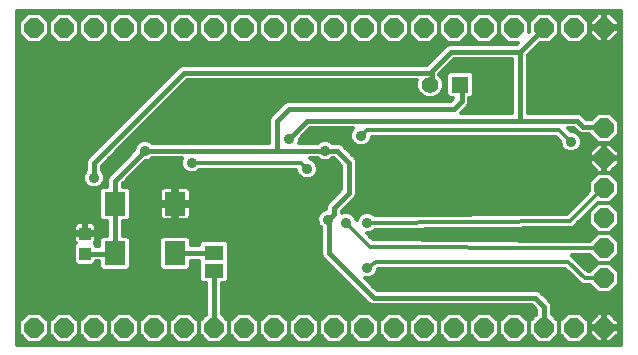
<source format=gbl>
G75*
G70*
%OFA0B0*%
%FSLAX24Y24*%
%IPPOS*%
%LPD*%
%AMOC8*
5,1,8,0,0,1.08239X$1,22.5*
%
%ADD10OC8,0.0640*%
%ADD11R,0.0709X0.0787*%
%ADD12R,0.0630X0.0460*%
%ADD13R,0.0394X0.0433*%
%ADD14R,0.0555X0.0555*%
%ADD15C,0.0555*%
%ADD16C,0.0120*%
%ADD17C,0.0350*%
%ADD18C,0.0160*%
D10*
X001161Y001161D03*
X002161Y001161D03*
X003161Y001161D03*
X004161Y001161D03*
X005161Y001161D03*
X006161Y001161D03*
X007161Y001161D03*
X008161Y001161D03*
X009161Y001161D03*
X010161Y001161D03*
X011161Y001161D03*
X012161Y001161D03*
X013161Y001161D03*
X014161Y001161D03*
X015161Y001161D03*
X016161Y001161D03*
X017161Y001161D03*
X018161Y001161D03*
X019161Y001161D03*
X020161Y001161D03*
X020161Y002811D03*
X020161Y003811D03*
X020161Y004811D03*
X020161Y005811D03*
X020161Y006811D03*
X020161Y007811D03*
X020161Y011161D03*
X019161Y011161D03*
X018161Y011161D03*
X017161Y011161D03*
X016161Y011161D03*
X015161Y011161D03*
X014161Y011161D03*
X013161Y011161D03*
X012161Y011161D03*
X011161Y011161D03*
X010161Y011161D03*
X009161Y011161D03*
X008161Y011161D03*
X007161Y011161D03*
X006161Y011161D03*
X005161Y011161D03*
X004161Y011161D03*
X003161Y011161D03*
X002161Y011161D03*
X001161Y011161D03*
D11*
X003861Y005288D03*
X005861Y005288D03*
X005861Y003634D03*
X003861Y003634D03*
D12*
X007161Y003661D03*
X007161Y003061D03*
D13*
X002861Y003627D03*
X002861Y004296D03*
D14*
X015361Y009261D03*
D15*
X014361Y009261D03*
D16*
X000591Y011731D02*
X000591Y000591D01*
X020731Y000591D01*
X020731Y011731D01*
X000591Y011731D01*
X000591Y011660D02*
X000953Y011660D01*
X000954Y011661D02*
X000661Y011368D01*
X000661Y010954D01*
X000954Y010661D01*
X001368Y010661D01*
X001661Y010954D01*
X001661Y011368D01*
X001368Y011661D01*
X000954Y011661D01*
X000834Y011541D02*
X000591Y011541D01*
X000591Y011423D02*
X000716Y011423D01*
X000661Y011304D02*
X000591Y011304D01*
X000591Y011186D02*
X000661Y011186D01*
X000661Y011067D02*
X000591Y011067D01*
X000591Y010949D02*
X000667Y010949D01*
X000591Y010830D02*
X000785Y010830D01*
X000904Y010712D02*
X000591Y010712D01*
X000591Y010593D02*
X014942Y010593D01*
X014914Y010582D02*
X015010Y010621D01*
X017254Y010621D01*
X017294Y010661D01*
X016954Y010661D01*
X016661Y010954D01*
X016368Y010661D01*
X015954Y010661D01*
X015661Y010954D01*
X015368Y010661D01*
X014954Y010661D01*
X014661Y010954D01*
X014368Y010661D01*
X013954Y010661D01*
X013661Y010954D01*
X013368Y010661D01*
X012954Y010661D01*
X012661Y010954D01*
X012368Y010661D01*
X011954Y010661D01*
X011661Y010954D01*
X011368Y010661D01*
X010954Y010661D01*
X010661Y010954D01*
X010368Y010661D01*
X009954Y010661D01*
X009661Y010954D01*
X009368Y010661D01*
X008954Y010661D01*
X008661Y010954D01*
X008368Y010661D01*
X007954Y010661D01*
X007661Y010954D01*
X007368Y010661D01*
X006954Y010661D01*
X006661Y010954D01*
X006368Y010661D01*
X005954Y010661D01*
X005661Y010954D01*
X005368Y010661D01*
X004954Y010661D01*
X004661Y010954D01*
X004368Y010661D01*
X003954Y010661D01*
X003661Y010954D01*
X003368Y010661D01*
X002954Y010661D01*
X002661Y010954D01*
X002368Y010661D01*
X001954Y010661D01*
X001661Y010954D01*
X001661Y011368D01*
X001954Y011661D01*
X002368Y011661D01*
X002661Y011368D01*
X002661Y010954D01*
X002661Y011368D01*
X002954Y011661D01*
X003368Y011661D01*
X003661Y011368D01*
X003661Y010954D01*
X003661Y011368D01*
X003954Y011661D01*
X004368Y011661D01*
X004661Y011368D01*
X004661Y010954D01*
X004661Y011368D01*
X004954Y011661D01*
X005368Y011661D01*
X005661Y011368D01*
X005661Y010954D01*
X005661Y011368D01*
X005954Y011661D01*
X006368Y011661D01*
X006661Y011368D01*
X006661Y010954D01*
X006661Y011368D01*
X006954Y011661D01*
X007368Y011661D01*
X007661Y011368D01*
X007661Y010954D01*
X007661Y011368D01*
X007954Y011661D01*
X008368Y011661D01*
X008661Y011368D01*
X008661Y010954D01*
X008661Y011368D01*
X008954Y011661D01*
X009368Y011661D01*
X009661Y011368D01*
X009661Y010954D01*
X009661Y011368D01*
X009954Y011661D01*
X010368Y011661D01*
X010661Y011368D01*
X010661Y010954D01*
X010661Y011368D01*
X010954Y011661D01*
X011368Y011661D01*
X011661Y011368D01*
X011661Y010954D01*
X011661Y011368D01*
X011954Y011661D01*
X012368Y011661D01*
X012661Y011368D01*
X012661Y010954D01*
X012661Y011368D01*
X012954Y011661D01*
X013368Y011661D01*
X013661Y011368D01*
X013661Y010954D01*
X013661Y011368D01*
X013954Y011661D01*
X014368Y011661D01*
X014661Y011368D01*
X014661Y010954D01*
X014661Y011368D01*
X014954Y011661D01*
X015368Y011661D01*
X015661Y011368D01*
X015661Y010954D01*
X015661Y011368D01*
X015954Y011661D01*
X016368Y011661D01*
X016661Y011368D01*
X016661Y010954D01*
X016661Y011368D01*
X016954Y011661D01*
X017368Y011661D01*
X017661Y011368D01*
X017661Y011029D01*
X017661Y011029D01*
X017661Y011368D01*
X017954Y011661D01*
X018368Y011661D01*
X018661Y011368D01*
X018661Y010954D01*
X018368Y010661D01*
X018029Y010661D01*
X017621Y010254D01*
X017621Y008321D01*
X019210Y008321D01*
X019313Y008321D01*
X019409Y008282D01*
X019569Y008121D01*
X019764Y008121D01*
X019954Y008311D01*
X020368Y008311D01*
X020661Y008018D01*
X020661Y007604D01*
X020368Y007311D01*
X019954Y007311D01*
X019664Y007601D01*
X019410Y007601D01*
X019314Y007641D01*
X019241Y007714D01*
X019154Y007801D01*
X018961Y007801D01*
X019046Y007716D01*
X019132Y007716D01*
X019262Y007662D01*
X019362Y007562D01*
X019416Y007432D01*
X019416Y007291D01*
X019362Y007160D01*
X019262Y007060D01*
X019132Y007006D01*
X018991Y007006D01*
X018860Y007060D01*
X018760Y007160D01*
X018706Y007291D01*
X018706Y007377D01*
X018562Y007521D01*
X012416Y007521D01*
X012416Y007491D01*
X012362Y007360D01*
X012262Y007260D01*
X012132Y007206D01*
X011991Y007206D01*
X011860Y007260D01*
X011760Y007360D01*
X011706Y007491D01*
X011706Y007632D01*
X011760Y007762D01*
X011799Y007801D01*
X010369Y007801D01*
X010016Y007449D01*
X010016Y007391D01*
X009987Y007321D01*
X010619Y007321D01*
X010660Y007362D01*
X010791Y007416D01*
X010932Y007416D01*
X011062Y007362D01*
X011103Y007321D01*
X011210Y007321D01*
X011313Y007321D01*
X011409Y007282D01*
X011809Y006882D01*
X011882Y006809D01*
X011921Y006713D01*
X011921Y005713D01*
X011921Y005610D01*
X011882Y005514D01*
X011421Y005054D01*
X011421Y005013D01*
X011421Y004987D01*
X011491Y005016D01*
X011632Y005016D01*
X011762Y004962D01*
X011862Y004862D01*
X011911Y004744D01*
X011960Y004862D01*
X012060Y004962D01*
X012191Y005016D01*
X012332Y005016D01*
X012462Y004962D01*
X012521Y004903D01*
X018911Y004950D01*
X019661Y005701D01*
X019661Y006018D01*
X019954Y006311D01*
X020368Y006311D01*
X020661Y006018D01*
X020661Y005604D01*
X020368Y005311D01*
X019954Y005311D01*
X019661Y005018D01*
X019661Y004604D01*
X019954Y004311D01*
X019694Y004051D01*
X018914Y004051D01*
X012461Y004100D01*
X012256Y004306D01*
X012332Y004306D01*
X012462Y004360D01*
X012525Y004423D01*
X019013Y004471D01*
X019059Y004471D01*
X019060Y004472D01*
X019061Y004472D01*
X019103Y004490D01*
X019147Y004508D01*
X019148Y004508D01*
X019149Y004509D01*
X019181Y004542D01*
X019952Y005313D01*
X019954Y005311D01*
X020368Y005311D01*
X020661Y005018D01*
X020661Y004604D01*
X020368Y004311D01*
X019954Y004311D01*
X020368Y004311D01*
X020661Y004018D01*
X020661Y003604D01*
X020368Y003311D01*
X019954Y003311D01*
X019694Y003051D01*
X019611Y003051D01*
X019097Y003565D01*
X019081Y003571D01*
X019694Y003571D01*
X019954Y003311D01*
X020368Y003311D01*
X020661Y003018D01*
X020661Y002604D01*
X020368Y002311D01*
X019954Y002311D01*
X019694Y002571D01*
X019559Y002571D01*
X019464Y002571D01*
X019375Y002608D01*
X018862Y003121D01*
X012634Y003121D01*
X012616Y003109D01*
X012616Y003091D01*
X012562Y002960D01*
X012462Y002860D01*
X012332Y002806D01*
X012199Y002806D01*
X012584Y002421D01*
X017810Y002421D01*
X017913Y002421D01*
X018009Y002382D01*
X018382Y002009D01*
X018421Y001913D01*
X018421Y001810D01*
X018421Y001608D01*
X018661Y001368D01*
X018661Y000954D01*
X018368Y000661D01*
X017954Y000661D01*
X017661Y000954D01*
X017368Y000661D01*
X016954Y000661D01*
X016661Y000954D01*
X016368Y000661D01*
X015954Y000661D01*
X015661Y000954D01*
X015368Y000661D01*
X014954Y000661D01*
X014661Y000954D01*
X014368Y000661D01*
X013954Y000661D01*
X013661Y000954D01*
X013368Y000661D01*
X012954Y000661D01*
X012661Y000954D01*
X012368Y000661D01*
X011954Y000661D01*
X011661Y000954D01*
X011368Y000661D01*
X010954Y000661D01*
X010661Y000954D01*
X010368Y000661D01*
X009954Y000661D01*
X009661Y000954D01*
X009368Y000661D01*
X008954Y000661D01*
X008661Y000954D01*
X008368Y000661D01*
X007954Y000661D01*
X007661Y000954D01*
X007661Y001368D01*
X007421Y001608D01*
X007421Y002651D01*
X007551Y002651D01*
X007656Y002757D01*
X007656Y003366D01*
X007656Y003966D01*
X007551Y004071D01*
X006772Y004071D01*
X006666Y003966D01*
X006666Y003911D01*
X006396Y003906D01*
X006396Y004103D01*
X006290Y004208D01*
X005432Y004208D01*
X005327Y004103D01*
X005327Y003166D01*
X005432Y003061D01*
X006290Y003061D01*
X006396Y003166D01*
X006396Y003385D01*
X006666Y003391D01*
X006666Y003366D01*
X006666Y002757D01*
X006772Y002651D01*
X006901Y002651D01*
X006901Y001608D01*
X006661Y001368D01*
X006368Y001661D01*
X005954Y001661D01*
X005661Y001368D01*
X005368Y001661D01*
X004954Y001661D01*
X004661Y001368D01*
X004368Y001661D01*
X003954Y001661D01*
X003661Y001368D01*
X003368Y001661D01*
X002954Y001661D01*
X002661Y001368D01*
X002368Y001661D01*
X001954Y001661D01*
X001661Y001368D01*
X001368Y001661D01*
X000954Y001661D01*
X000661Y001368D01*
X000661Y000954D01*
X000954Y000661D01*
X001368Y000661D01*
X001661Y000954D01*
X001661Y001368D01*
X001661Y000954D01*
X001954Y000661D01*
X002368Y000661D01*
X002661Y000954D01*
X002661Y001368D01*
X002661Y000954D01*
X002954Y000661D01*
X003368Y000661D01*
X003661Y000954D01*
X003661Y001368D01*
X003661Y000954D01*
X003954Y000661D01*
X004368Y000661D01*
X004661Y000954D01*
X004661Y001368D01*
X004661Y000954D01*
X004954Y000661D01*
X005368Y000661D01*
X005661Y000954D01*
X005661Y001368D01*
X005661Y000954D01*
X005954Y000661D01*
X006368Y000661D01*
X006661Y000954D01*
X006661Y001368D01*
X006661Y000954D01*
X006954Y000661D01*
X007368Y000661D01*
X007661Y000954D01*
X007661Y001368D01*
X007954Y001661D01*
X008368Y001661D01*
X008661Y001368D01*
X008661Y000954D01*
X008661Y001368D01*
X008954Y001661D01*
X009368Y001661D01*
X009661Y001368D01*
X009661Y000954D01*
X009661Y001368D01*
X009954Y001661D01*
X010368Y001661D01*
X010661Y001368D01*
X010661Y000954D01*
X010661Y001368D01*
X010954Y001661D01*
X011368Y001661D01*
X011661Y001368D01*
X011661Y000954D01*
X011661Y001368D01*
X011954Y001661D01*
X012368Y001661D01*
X012661Y001368D01*
X012661Y000954D01*
X012661Y001368D01*
X012954Y001661D01*
X013368Y001661D01*
X013661Y001368D01*
X013661Y000954D01*
X013661Y001368D01*
X013954Y001661D01*
X014368Y001661D01*
X014661Y001368D01*
X014661Y000954D01*
X014661Y001368D01*
X014954Y001661D01*
X015368Y001661D01*
X015661Y001368D01*
X015661Y000954D01*
X015661Y001368D01*
X015954Y001661D01*
X016368Y001661D01*
X016661Y001368D01*
X016661Y000954D01*
X016661Y001368D01*
X016954Y001661D01*
X017368Y001661D01*
X017661Y001368D01*
X017661Y000954D01*
X017661Y001368D01*
X017901Y001608D01*
X017901Y001754D01*
X017754Y001901D01*
X012424Y001901D01*
X012329Y001941D01*
X012256Y002014D01*
X012256Y002014D01*
X010829Y003441D01*
X010756Y003514D01*
X010716Y003610D01*
X010716Y004504D01*
X010660Y004560D01*
X010606Y004691D01*
X010606Y004832D01*
X010660Y004962D01*
X010760Y005062D01*
X010891Y005116D01*
X010901Y005116D01*
X010901Y005213D01*
X010941Y005309D01*
X011014Y005382D01*
X011401Y005769D01*
X011401Y006554D01*
X011154Y006801D01*
X011103Y006801D01*
X011062Y006760D01*
X010932Y006706D01*
X010791Y006706D01*
X010660Y006760D01*
X010619Y006801D01*
X010368Y006801D01*
X010462Y006762D01*
X010562Y006662D01*
X010616Y006532D01*
X010616Y006391D01*
X010562Y006260D01*
X010462Y006160D01*
X010332Y006106D01*
X010191Y006106D01*
X010060Y006160D01*
X009960Y006260D01*
X009906Y006391D01*
X009906Y006421D01*
X006673Y006421D01*
X006612Y006360D01*
X006482Y006306D01*
X006341Y006306D01*
X006210Y006360D01*
X006110Y006460D01*
X006056Y006591D01*
X006056Y006732D01*
X006085Y006801D01*
X005103Y006801D01*
X005062Y006760D01*
X004932Y006706D01*
X004874Y006706D01*
X004121Y005954D01*
X004121Y005862D01*
X004290Y005862D01*
X004396Y005756D01*
X004396Y004820D01*
X004290Y004714D01*
X004121Y004714D01*
X004121Y004208D01*
X004290Y004208D01*
X004396Y004103D01*
X004396Y003166D01*
X004290Y003061D01*
X003432Y003061D01*
X003327Y003166D01*
X003327Y003367D01*
X003238Y003367D01*
X003238Y003336D01*
X003133Y003230D01*
X002590Y003230D01*
X002484Y003336D01*
X002484Y003918D01*
X002542Y003975D01*
X002536Y003981D01*
X002515Y004018D01*
X002504Y004058D01*
X002504Y004257D01*
X002823Y004257D01*
X002823Y004334D01*
X002504Y004334D01*
X002504Y004534D01*
X002515Y004574D01*
X002536Y004611D01*
X002566Y004640D01*
X002603Y004661D01*
X002643Y004672D01*
X002823Y004672D01*
X002823Y004335D01*
X002900Y004335D01*
X002900Y004672D01*
X003079Y004672D01*
X003120Y004661D01*
X003156Y004640D01*
X003186Y004611D01*
X003207Y004574D01*
X003218Y004534D01*
X003218Y004334D01*
X002900Y004334D01*
X002900Y004257D01*
X003218Y004257D01*
X003218Y004058D01*
X003207Y004018D01*
X003186Y003981D01*
X003180Y003975D01*
X003238Y003918D01*
X003238Y003887D01*
X003327Y003887D01*
X003327Y004103D01*
X003432Y004208D01*
X003601Y004208D01*
X003601Y004714D01*
X003432Y004714D01*
X003327Y004820D01*
X003327Y005756D01*
X003432Y005862D01*
X003601Y005862D01*
X003601Y006010D01*
X003601Y006113D01*
X003641Y006209D01*
X004506Y007074D01*
X004506Y007132D01*
X004560Y007262D01*
X004660Y007362D01*
X004791Y007416D01*
X004932Y007416D01*
X005062Y007362D01*
X005103Y007321D01*
X009001Y007321D01*
X009001Y008113D01*
X009041Y008209D01*
X009114Y008282D01*
X009514Y008682D01*
X009610Y008721D01*
X009713Y008721D01*
X015054Y008721D01*
X015136Y008804D01*
X015009Y008804D01*
X014904Y008909D01*
X014904Y009613D01*
X015009Y009719D01*
X015713Y009719D01*
X015819Y009613D01*
X015819Y008909D01*
X015713Y008804D01*
X015671Y008804D01*
X015671Y008660D01*
X015632Y008564D01*
X015559Y008491D01*
X015558Y008491D01*
X015389Y008321D01*
X017101Y008321D01*
X017101Y010101D01*
X015169Y010101D01*
X014671Y009604D01*
X014671Y009598D01*
X014749Y009520D01*
X014819Y009352D01*
X014819Y009170D01*
X014749Y009002D01*
X014620Y008873D01*
X014452Y008804D01*
X014270Y008804D01*
X014102Y008873D01*
X013973Y009002D01*
X013904Y009170D01*
X013904Y009352D01*
X013924Y009401D01*
X006269Y009401D01*
X003421Y006554D01*
X003421Y006403D01*
X003462Y006362D01*
X003516Y006232D01*
X003516Y006091D01*
X003462Y005960D01*
X003362Y005860D01*
X003232Y005806D01*
X003091Y005806D01*
X002960Y005860D01*
X002860Y005960D01*
X002806Y006091D01*
X002806Y006232D01*
X002860Y006362D01*
X002901Y006403D01*
X002901Y006610D01*
X002901Y006713D01*
X002941Y006809D01*
X005941Y009809D01*
X006014Y009882D01*
X006110Y009921D01*
X014254Y009921D01*
X014841Y010509D01*
X014914Y010582D01*
X014904Y010712D02*
X014419Y010712D01*
X014537Y010830D02*
X014785Y010830D01*
X014667Y010949D02*
X014656Y010949D01*
X014661Y011067D02*
X014661Y011067D01*
X014661Y011186D02*
X014661Y011186D01*
X014661Y011304D02*
X014661Y011304D01*
X014607Y011423D02*
X014716Y011423D01*
X014834Y011541D02*
X014488Y011541D01*
X014370Y011660D02*
X014953Y011660D01*
X015370Y011660D02*
X015953Y011660D01*
X015834Y011541D02*
X015488Y011541D01*
X015607Y011423D02*
X015716Y011423D01*
X015661Y011304D02*
X015661Y011304D01*
X015661Y011186D02*
X015661Y011186D01*
X015661Y011067D02*
X015661Y011067D01*
X015656Y010949D02*
X015667Y010949D01*
X015785Y010830D02*
X015537Y010830D01*
X015419Y010712D02*
X015904Y010712D01*
X016419Y010712D02*
X016904Y010712D01*
X016785Y010830D02*
X016537Y010830D01*
X016656Y010949D02*
X016667Y010949D01*
X016661Y011067D02*
X016661Y011067D01*
X016661Y011186D02*
X016661Y011186D01*
X016661Y011304D02*
X016661Y011304D01*
X016607Y011423D02*
X016716Y011423D01*
X016834Y011541D02*
X016488Y011541D01*
X016370Y011660D02*
X016953Y011660D01*
X017370Y011660D02*
X017953Y011660D01*
X017834Y011541D02*
X017488Y011541D01*
X017607Y011423D02*
X017716Y011423D01*
X017661Y011304D02*
X017661Y011304D01*
X017661Y011186D02*
X017661Y011186D01*
X017661Y011067D02*
X017661Y011067D01*
X017961Y010593D02*
X020731Y010593D01*
X020731Y010475D02*
X017842Y010475D01*
X017724Y010356D02*
X020731Y010356D01*
X020731Y010237D02*
X017621Y010237D01*
X017621Y010119D02*
X020731Y010119D01*
X020731Y010000D02*
X017621Y010000D01*
X017621Y009882D02*
X020731Y009882D01*
X020731Y009763D02*
X017621Y009763D01*
X017621Y009645D02*
X020731Y009645D01*
X020731Y009526D02*
X017621Y009526D01*
X017621Y009408D02*
X020731Y009408D01*
X020731Y009289D02*
X017621Y009289D01*
X017621Y009171D02*
X020731Y009171D01*
X020731Y009052D02*
X017621Y009052D01*
X017621Y008933D02*
X020731Y008933D01*
X020731Y008815D02*
X017621Y008815D01*
X017621Y008696D02*
X020731Y008696D01*
X020731Y008578D02*
X017621Y008578D01*
X017621Y008459D02*
X020731Y008459D01*
X020731Y008341D02*
X017621Y008341D01*
X017101Y008341D02*
X015408Y008341D01*
X015527Y008459D02*
X017101Y008459D01*
X017101Y008578D02*
X015637Y008578D01*
X015671Y008696D02*
X017101Y008696D01*
X017101Y008815D02*
X015724Y008815D01*
X015819Y008933D02*
X017101Y008933D01*
X017101Y009052D02*
X015819Y009052D01*
X015819Y009171D02*
X017101Y009171D01*
X017101Y009289D02*
X015819Y009289D01*
X015819Y009408D02*
X017101Y009408D01*
X017101Y009526D02*
X015819Y009526D01*
X015787Y009645D02*
X017101Y009645D01*
X017101Y009763D02*
X014831Y009763D01*
X014935Y009645D02*
X014712Y009645D01*
X014743Y009526D02*
X014904Y009526D01*
X014904Y009408D02*
X014796Y009408D01*
X014819Y009289D02*
X014904Y009289D01*
X014904Y009171D02*
X014819Y009171D01*
X014770Y009052D02*
X014904Y009052D01*
X014904Y008933D02*
X014680Y008933D01*
X014479Y008815D02*
X014998Y008815D01*
X014243Y008815D02*
X005683Y008815D01*
X005801Y008933D02*
X014042Y008933D01*
X013953Y009052D02*
X005920Y009052D01*
X006038Y009171D02*
X013904Y009171D01*
X013904Y009289D02*
X006157Y009289D01*
X005777Y009645D02*
X000591Y009645D01*
X000591Y009763D02*
X005896Y009763D01*
X006014Y009882D02*
X000591Y009882D01*
X000591Y010000D02*
X014333Y010000D01*
X014451Y010119D02*
X000591Y010119D01*
X000591Y010237D02*
X014570Y010237D01*
X014688Y010356D02*
X000591Y010356D01*
X000591Y010475D02*
X014807Y010475D01*
X015068Y010000D02*
X017101Y010000D01*
X017101Y009882D02*
X014949Y009882D01*
X013904Y010712D02*
X013419Y010712D01*
X013537Y010830D02*
X013785Y010830D01*
X013667Y010949D02*
X013656Y010949D01*
X013661Y011067D02*
X013661Y011067D01*
X013661Y011186D02*
X013661Y011186D01*
X013661Y011304D02*
X013661Y011304D01*
X013607Y011423D02*
X013716Y011423D01*
X013834Y011541D02*
X013488Y011541D01*
X013370Y011660D02*
X013953Y011660D01*
X012953Y011660D02*
X012370Y011660D01*
X012488Y011541D02*
X012834Y011541D01*
X012716Y011423D02*
X012607Y011423D01*
X012661Y011304D02*
X012661Y011304D01*
X012661Y011186D02*
X012661Y011186D01*
X012661Y011067D02*
X012661Y011067D01*
X012656Y010949D02*
X012667Y010949D01*
X012785Y010830D02*
X012537Y010830D01*
X012419Y010712D02*
X012904Y010712D01*
X011904Y010712D02*
X011419Y010712D01*
X011537Y010830D02*
X011785Y010830D01*
X011667Y010949D02*
X011656Y010949D01*
X011661Y011067D02*
X011661Y011067D01*
X011661Y011186D02*
X011661Y011186D01*
X011661Y011304D02*
X011661Y011304D01*
X011607Y011423D02*
X011716Y011423D01*
X011834Y011541D02*
X011488Y011541D01*
X011370Y011660D02*
X011953Y011660D01*
X010953Y011660D02*
X010370Y011660D01*
X010488Y011541D02*
X010834Y011541D01*
X010716Y011423D02*
X010607Y011423D01*
X010661Y011304D02*
X010661Y011304D01*
X010661Y011186D02*
X010661Y011186D01*
X010661Y011067D02*
X010661Y011067D01*
X010656Y010949D02*
X010667Y010949D01*
X010785Y010830D02*
X010537Y010830D01*
X010419Y010712D02*
X010904Y010712D01*
X009904Y010712D02*
X009419Y010712D01*
X009537Y010830D02*
X009785Y010830D01*
X009667Y010949D02*
X009656Y010949D01*
X009661Y011067D02*
X009661Y011067D01*
X009661Y011186D02*
X009661Y011186D01*
X009661Y011304D02*
X009661Y011304D01*
X009607Y011423D02*
X009716Y011423D01*
X009834Y011541D02*
X009488Y011541D01*
X009370Y011660D02*
X009953Y011660D01*
X008953Y011660D02*
X008370Y011660D01*
X008488Y011541D02*
X008834Y011541D01*
X008716Y011423D02*
X008607Y011423D01*
X008661Y011304D02*
X008661Y011304D01*
X008661Y011186D02*
X008661Y011186D01*
X008661Y011067D02*
X008661Y011067D01*
X008656Y010949D02*
X008667Y010949D01*
X008785Y010830D02*
X008537Y010830D01*
X008419Y010712D02*
X008904Y010712D01*
X007904Y010712D02*
X007419Y010712D01*
X007537Y010830D02*
X007785Y010830D01*
X007667Y010949D02*
X007656Y010949D01*
X007661Y011067D02*
X007661Y011067D01*
X007661Y011186D02*
X007661Y011186D01*
X007661Y011304D02*
X007661Y011304D01*
X007607Y011423D02*
X007716Y011423D01*
X007834Y011541D02*
X007488Y011541D01*
X007370Y011660D02*
X007953Y011660D01*
X006953Y011660D02*
X006370Y011660D01*
X006488Y011541D02*
X006834Y011541D01*
X006716Y011423D02*
X006607Y011423D01*
X006661Y011304D02*
X006661Y011304D01*
X006661Y011186D02*
X006661Y011186D01*
X006661Y011067D02*
X006661Y011067D01*
X006656Y010949D02*
X006667Y010949D01*
X006785Y010830D02*
X006537Y010830D01*
X006419Y010712D02*
X006904Y010712D01*
X005904Y010712D02*
X005419Y010712D01*
X005537Y010830D02*
X005785Y010830D01*
X005667Y010949D02*
X005656Y010949D01*
X005661Y011067D02*
X005661Y011067D01*
X005661Y011186D02*
X005661Y011186D01*
X005661Y011304D02*
X005661Y011304D01*
X005607Y011423D02*
X005716Y011423D01*
X005834Y011541D02*
X005488Y011541D01*
X005370Y011660D02*
X005953Y011660D01*
X004953Y011660D02*
X004370Y011660D01*
X004488Y011541D02*
X004834Y011541D01*
X004716Y011423D02*
X004607Y011423D01*
X004661Y011304D02*
X004661Y011304D01*
X004661Y011186D02*
X004661Y011186D01*
X004661Y011067D02*
X004661Y011067D01*
X004656Y010949D02*
X004667Y010949D01*
X004785Y010830D02*
X004537Y010830D01*
X004419Y010712D02*
X004904Y010712D01*
X003904Y010712D02*
X003419Y010712D01*
X003537Y010830D02*
X003785Y010830D01*
X003667Y010949D02*
X003656Y010949D01*
X003661Y011067D02*
X003661Y011067D01*
X003661Y011186D02*
X003661Y011186D01*
X003661Y011304D02*
X003661Y011304D01*
X003607Y011423D02*
X003716Y011423D01*
X003834Y011541D02*
X003488Y011541D01*
X003370Y011660D02*
X003953Y011660D01*
X002953Y011660D02*
X002370Y011660D01*
X002488Y011541D02*
X002834Y011541D01*
X002716Y011423D02*
X002607Y011423D01*
X002661Y011304D02*
X002661Y011304D01*
X002661Y011186D02*
X002661Y011186D01*
X002661Y011067D02*
X002661Y011067D01*
X002656Y010949D02*
X002667Y010949D01*
X002785Y010830D02*
X002537Y010830D01*
X002419Y010712D02*
X002904Y010712D01*
X001904Y010712D02*
X001419Y010712D01*
X001537Y010830D02*
X001785Y010830D01*
X001667Y010949D02*
X001656Y010949D01*
X001661Y011067D02*
X001661Y011067D01*
X001661Y011186D02*
X001661Y011186D01*
X001661Y011304D02*
X001661Y011304D01*
X001607Y011423D02*
X001716Y011423D01*
X001834Y011541D02*
X001488Y011541D01*
X001370Y011660D02*
X001953Y011660D01*
X000591Y009526D02*
X005659Y009526D01*
X005540Y009408D02*
X000591Y009408D01*
X000591Y009289D02*
X005421Y009289D01*
X005303Y009171D02*
X000591Y009171D01*
X000591Y009052D02*
X005184Y009052D01*
X005066Y008933D02*
X000591Y008933D01*
X000591Y008815D02*
X004947Y008815D01*
X004829Y008696D02*
X000591Y008696D01*
X000591Y008578D02*
X004710Y008578D01*
X004592Y008459D02*
X000591Y008459D01*
X000591Y008341D02*
X004473Y008341D01*
X004355Y008222D02*
X000591Y008222D01*
X000591Y008104D02*
X004236Y008104D01*
X004117Y007985D02*
X000591Y007985D01*
X000591Y007867D02*
X003999Y007867D01*
X003880Y007748D02*
X000591Y007748D01*
X000591Y007629D02*
X003762Y007629D01*
X003643Y007511D02*
X000591Y007511D01*
X000591Y007392D02*
X003525Y007392D01*
X003406Y007274D02*
X000591Y007274D01*
X000591Y007155D02*
X003288Y007155D01*
X003169Y007037D02*
X000591Y007037D01*
X000591Y006918D02*
X003051Y006918D01*
X002937Y006800D02*
X000591Y006800D01*
X000591Y006681D02*
X002901Y006681D01*
X002901Y006563D02*
X000591Y006563D01*
X000591Y006444D02*
X002901Y006444D01*
X002845Y006326D02*
X000591Y006326D01*
X000591Y006207D02*
X002806Y006207D01*
X002807Y006088D02*
X000591Y006088D01*
X000591Y005970D02*
X002856Y005970D01*
X002982Y005851D02*
X000591Y005851D01*
X000591Y005733D02*
X003327Y005733D01*
X003327Y005614D02*
X000591Y005614D01*
X000591Y005496D02*
X003327Y005496D01*
X003327Y005377D02*
X000591Y005377D01*
X000591Y005259D02*
X003327Y005259D01*
X003327Y005140D02*
X000591Y005140D01*
X000591Y005022D02*
X003327Y005022D01*
X003327Y004903D02*
X000591Y004903D01*
X000591Y004784D02*
X003362Y004784D01*
X003601Y004666D02*
X003103Y004666D01*
X003214Y004547D02*
X003601Y004547D01*
X003601Y004429D02*
X003218Y004429D01*
X002900Y004310D02*
X003601Y004310D01*
X003416Y004192D02*
X003218Y004192D01*
X003218Y004073D02*
X003327Y004073D01*
X003327Y003955D02*
X003201Y003955D01*
X002823Y004310D02*
X000591Y004310D01*
X000591Y004192D02*
X002504Y004192D01*
X002504Y004073D02*
X000591Y004073D01*
X000591Y003955D02*
X002521Y003955D01*
X002484Y003836D02*
X000591Y003836D01*
X000591Y003718D02*
X002484Y003718D01*
X002484Y003599D02*
X000591Y003599D01*
X000591Y003480D02*
X002484Y003480D01*
X002484Y003362D02*
X000591Y003362D01*
X000591Y003243D02*
X002577Y003243D01*
X003146Y003243D02*
X003327Y003243D01*
X003327Y003362D02*
X003238Y003362D01*
X003368Y003125D02*
X000591Y003125D01*
X000591Y003006D02*
X006666Y003006D01*
X006666Y002888D02*
X000591Y002888D01*
X000591Y002769D02*
X006666Y002769D01*
X006901Y002651D02*
X000591Y002651D01*
X000591Y002532D02*
X006901Y002532D01*
X006901Y002414D02*
X000591Y002414D01*
X000591Y002295D02*
X006901Y002295D01*
X006901Y002176D02*
X000591Y002176D01*
X000591Y002058D02*
X006901Y002058D01*
X006901Y001939D02*
X000591Y001939D01*
X000591Y001821D02*
X006901Y001821D01*
X006901Y001702D02*
X000591Y001702D01*
X000591Y001584D02*
X000877Y001584D01*
X000758Y001465D02*
X000591Y001465D01*
X000591Y001347D02*
X000661Y001347D01*
X000661Y001228D02*
X000591Y001228D01*
X000591Y001110D02*
X000661Y001110D01*
X000661Y000991D02*
X000591Y000991D01*
X000591Y000873D02*
X000743Y000873D01*
X000861Y000754D02*
X000591Y000754D01*
X000591Y000635D02*
X020731Y000635D01*
X020731Y000754D02*
X020433Y000754D01*
X020360Y000681D02*
X020201Y000681D01*
X020201Y001121D01*
X020121Y001121D01*
X019681Y001121D01*
X019681Y000962D01*
X019962Y000681D01*
X020121Y000681D01*
X020121Y001121D01*
X020121Y001201D01*
X019681Y001201D01*
X019681Y001360D01*
X019962Y001641D01*
X020121Y001641D01*
X020121Y001201D01*
X020201Y001201D01*
X020201Y001641D01*
X020360Y001641D01*
X020641Y001360D01*
X020641Y001201D01*
X020201Y001201D01*
X020201Y001121D01*
X020641Y001121D01*
X020641Y000962D01*
X020360Y000681D01*
X020201Y000754D02*
X020121Y000754D01*
X020121Y000873D02*
X020201Y000873D01*
X020201Y000991D02*
X020121Y000991D01*
X020121Y001110D02*
X020201Y001110D01*
X020201Y001228D02*
X020121Y001228D01*
X020121Y001347D02*
X020201Y001347D01*
X020201Y001465D02*
X020121Y001465D01*
X020121Y001584D02*
X020201Y001584D01*
X020417Y001584D02*
X020731Y001584D01*
X020731Y001702D02*
X018421Y001702D01*
X018421Y001821D02*
X020731Y001821D01*
X020731Y001939D02*
X018410Y001939D01*
X018332Y002058D02*
X020731Y002058D01*
X020731Y002176D02*
X018214Y002176D01*
X018095Y002295D02*
X020731Y002295D01*
X020731Y002414D02*
X020471Y002414D01*
X020589Y002532D02*
X020731Y002532D01*
X020731Y002651D02*
X020661Y002651D01*
X020661Y002769D02*
X020731Y002769D01*
X020731Y002888D02*
X020661Y002888D01*
X020661Y003006D02*
X020731Y003006D01*
X020731Y003125D02*
X020555Y003125D01*
X020436Y003243D02*
X020731Y003243D01*
X020731Y003362D02*
X020419Y003362D01*
X020538Y003480D02*
X020731Y003480D01*
X020731Y003599D02*
X020656Y003599D01*
X020661Y003718D02*
X020731Y003718D01*
X020731Y003836D02*
X020661Y003836D01*
X020661Y003955D02*
X020731Y003955D01*
X020731Y004073D02*
X020606Y004073D01*
X020488Y004192D02*
X020731Y004192D01*
X020731Y004310D02*
X020369Y004310D01*
X020486Y004429D02*
X020731Y004429D01*
X020731Y004547D02*
X020604Y004547D01*
X020661Y004666D02*
X020731Y004666D01*
X020731Y004784D02*
X020661Y004784D01*
X020661Y004903D02*
X020731Y004903D01*
X020731Y005022D02*
X020658Y005022D01*
X020731Y005140D02*
X020539Y005140D01*
X020421Y005259D02*
X020731Y005259D01*
X020731Y005377D02*
X020434Y005377D01*
X020553Y005496D02*
X020731Y005496D01*
X020731Y005614D02*
X020661Y005614D01*
X020661Y005733D02*
X020731Y005733D01*
X020731Y005851D02*
X020661Y005851D01*
X020661Y005970D02*
X020731Y005970D01*
X020731Y006088D02*
X020591Y006088D01*
X020473Y006207D02*
X020731Y006207D01*
X020731Y006326D02*
X011921Y006326D01*
X011921Y006444D02*
X019850Y006444D01*
X019962Y006331D02*
X019681Y006612D01*
X019681Y006771D01*
X020121Y006771D01*
X020201Y006771D01*
X020201Y006331D01*
X020360Y006331D01*
X020641Y006612D01*
X020641Y006771D01*
X020201Y006771D01*
X020201Y006851D01*
X020641Y006851D01*
X020641Y007010D01*
X020360Y007291D01*
X020201Y007291D01*
X020201Y006851D01*
X020121Y006851D01*
X020121Y006771D01*
X020121Y006331D01*
X019962Y006331D01*
X019850Y006207D02*
X011921Y006207D01*
X011921Y006088D02*
X019731Y006088D01*
X019661Y005970D02*
X011921Y005970D01*
X011921Y005851D02*
X019661Y005851D01*
X019661Y005733D02*
X011921Y005733D01*
X011921Y005614D02*
X019575Y005614D01*
X019456Y005496D02*
X011863Y005496D01*
X011745Y005377D02*
X019338Y005377D01*
X019219Y005259D02*
X011626Y005259D01*
X011508Y005140D02*
X019101Y005140D01*
X018982Y005022D02*
X011421Y005022D01*
X011561Y004661D02*
X012361Y003861D01*
X018911Y003811D01*
X020161Y003811D01*
X019835Y004192D02*
X012370Y004192D01*
X012342Y004310D02*
X019953Y004310D01*
X019837Y004429D02*
X013280Y004429D01*
X012261Y004661D02*
X019011Y004711D01*
X020161Y005861D01*
X020161Y005811D01*
X019902Y005259D02*
X019898Y005259D01*
X019783Y005140D02*
X019779Y005140D01*
X019664Y005022D02*
X019661Y005022D01*
X019661Y004903D02*
X019542Y004903D01*
X019424Y004784D02*
X019661Y004784D01*
X019661Y004666D02*
X019305Y004666D01*
X019187Y004547D02*
X019718Y004547D01*
X019716Y004073D02*
X016034Y004073D01*
X017931Y002414D02*
X019852Y002414D01*
X019733Y002532D02*
X012473Y002532D01*
X012354Y002651D02*
X019332Y002651D01*
X019214Y002769D02*
X012236Y002769D01*
X012490Y002888D02*
X019095Y002888D01*
X018977Y003006D02*
X012581Y003006D01*
X012261Y003161D02*
X012561Y003361D01*
X018961Y003361D01*
X019511Y002811D01*
X020161Y002811D01*
X019768Y003125D02*
X019537Y003125D01*
X019419Y003243D02*
X019886Y003243D01*
X019903Y003362D02*
X019300Y003362D01*
X019181Y003480D02*
X019785Y003480D01*
X017834Y001821D02*
X007421Y001821D01*
X007421Y001939D02*
X012332Y001939D01*
X012212Y002058D02*
X007421Y002058D01*
X007421Y002176D02*
X012093Y002176D01*
X011975Y002295D02*
X007421Y002295D01*
X007421Y002414D02*
X011856Y002414D01*
X011738Y002532D02*
X007421Y002532D01*
X007421Y002651D02*
X011619Y002651D01*
X011501Y002769D02*
X007656Y002769D01*
X007656Y002888D02*
X011382Y002888D01*
X011263Y003006D02*
X007656Y003006D01*
X007656Y003125D02*
X011145Y003125D01*
X011026Y003243D02*
X007656Y003243D01*
X007656Y003362D02*
X010908Y003362D01*
X010789Y003480D02*
X007656Y003480D01*
X007656Y003599D02*
X010721Y003599D01*
X010716Y003718D02*
X007656Y003718D01*
X007656Y003836D02*
X010716Y003836D01*
X010716Y003955D02*
X007656Y003955D01*
X006666Y003955D02*
X006396Y003955D01*
X006396Y004073D02*
X010716Y004073D01*
X010716Y004192D02*
X006307Y004192D01*
X006237Y004734D02*
X005921Y004734D01*
X005921Y005228D01*
X005801Y005228D01*
X005347Y005228D01*
X005347Y004873D01*
X005358Y004833D01*
X005379Y004796D01*
X005409Y004766D01*
X005445Y004745D01*
X005486Y004734D01*
X005801Y004734D01*
X005801Y005228D01*
X005801Y005348D01*
X005347Y005348D01*
X005347Y005703D01*
X005358Y005743D01*
X005379Y005780D01*
X005409Y005810D01*
X005445Y005831D01*
X005486Y005842D01*
X005801Y005842D01*
X005801Y005348D01*
X005921Y005348D01*
X005921Y005842D01*
X006237Y005842D01*
X006277Y005831D01*
X006314Y005810D01*
X006344Y005780D01*
X006365Y005743D01*
X006376Y005703D01*
X006376Y005348D01*
X005921Y005348D01*
X005921Y005228D01*
X006376Y005228D01*
X006376Y004873D01*
X006365Y004833D01*
X006344Y004796D01*
X006314Y004766D01*
X006277Y004745D01*
X006237Y004734D01*
X006332Y004784D02*
X010606Y004784D01*
X010616Y004666D02*
X004121Y004666D01*
X004121Y004547D02*
X010673Y004547D01*
X010716Y004429D02*
X004121Y004429D01*
X004121Y004310D02*
X010716Y004310D01*
X010636Y004903D02*
X006376Y004903D01*
X006376Y005022D02*
X010720Y005022D01*
X010901Y005140D02*
X006376Y005140D01*
X006376Y005377D02*
X011009Y005377D01*
X010920Y005259D02*
X005921Y005259D01*
X005921Y005377D02*
X005801Y005377D01*
X005801Y005259D02*
X004396Y005259D01*
X004396Y005377D02*
X005347Y005377D01*
X005347Y005496D02*
X004396Y005496D01*
X004396Y005614D02*
X005347Y005614D01*
X005355Y005733D02*
X004396Y005733D01*
X004300Y005851D02*
X011401Y005851D01*
X011401Y005970D02*
X004138Y005970D01*
X004256Y006088D02*
X011401Y006088D01*
X011401Y006207D02*
X010509Y006207D01*
X010589Y006326D02*
X011401Y006326D01*
X011401Y006444D02*
X010616Y006444D01*
X010604Y006563D02*
X011392Y006563D01*
X011274Y006681D02*
X010543Y006681D01*
X010621Y006800D02*
X010372Y006800D01*
X010061Y006661D02*
X010261Y006461D01*
X010061Y006661D02*
X006411Y006661D01*
X006084Y006800D02*
X005102Y006800D01*
X004849Y006681D02*
X006056Y006681D01*
X006068Y006563D02*
X004730Y006563D01*
X004612Y006444D02*
X006126Y006444D01*
X006294Y006326D02*
X004493Y006326D01*
X004375Y006207D02*
X010014Y006207D01*
X009933Y006326D02*
X006528Y006326D01*
X006368Y005733D02*
X011365Y005733D01*
X011247Y005614D02*
X006376Y005614D01*
X006376Y005496D02*
X011128Y005496D01*
X011821Y004903D02*
X012001Y004903D01*
X011928Y004784D02*
X011894Y004784D01*
X011921Y006563D02*
X019731Y006563D01*
X019681Y006681D02*
X011921Y006681D01*
X011885Y006800D02*
X020121Y006800D01*
X020121Y006851D02*
X019681Y006851D01*
X019681Y007010D01*
X019962Y007291D01*
X020121Y007291D01*
X020121Y006851D01*
X020121Y006918D02*
X020201Y006918D01*
X020201Y006800D02*
X020731Y006800D01*
X020731Y006918D02*
X020641Y006918D01*
X020614Y007037D02*
X020731Y007037D01*
X020731Y007155D02*
X020496Y007155D01*
X020377Y007274D02*
X020731Y007274D01*
X020731Y007392D02*
X020449Y007392D01*
X020568Y007511D02*
X020731Y007511D01*
X020731Y007629D02*
X020661Y007629D01*
X020661Y007748D02*
X020731Y007748D01*
X020731Y007867D02*
X020661Y007867D01*
X020661Y007985D02*
X020731Y007985D01*
X020731Y008104D02*
X020576Y008104D01*
X020457Y008222D02*
X020731Y008222D01*
X019865Y008222D02*
X019468Y008222D01*
X019207Y007748D02*
X019014Y007748D01*
X019295Y007629D02*
X019341Y007629D01*
X019383Y007511D02*
X019754Y007511D01*
X019873Y007392D02*
X019416Y007392D01*
X019409Y007274D02*
X019945Y007274D01*
X019827Y007155D02*
X019357Y007155D01*
X019205Y007037D02*
X019708Y007037D01*
X019681Y006918D02*
X011772Y006918D01*
X011653Y007037D02*
X018917Y007037D01*
X018765Y007155D02*
X011535Y007155D01*
X011416Y007274D02*
X011847Y007274D01*
X011747Y007392D02*
X010989Y007392D01*
X010733Y007392D02*
X010016Y007392D01*
X010079Y007511D02*
X011706Y007511D01*
X011706Y007629D02*
X010197Y007629D01*
X010316Y007748D02*
X011754Y007748D01*
X012061Y007561D02*
X012261Y007761D01*
X018661Y007761D01*
X019061Y007361D01*
X018713Y007274D02*
X012276Y007274D01*
X012376Y007392D02*
X018691Y007392D01*
X018572Y007511D02*
X012416Y007511D01*
X011155Y006800D02*
X011102Y006800D01*
X009001Y007392D02*
X004989Y007392D01*
X004733Y007392D02*
X004260Y007392D01*
X004142Y007274D02*
X004572Y007274D01*
X004516Y007155D02*
X004023Y007155D01*
X003904Y007037D02*
X004469Y007037D01*
X004351Y006918D02*
X003786Y006918D01*
X003667Y006800D02*
X004232Y006800D01*
X004114Y006681D02*
X003549Y006681D01*
X003430Y006563D02*
X003995Y006563D01*
X003876Y006444D02*
X003421Y006444D01*
X003477Y006326D02*
X003758Y006326D01*
X003640Y006207D02*
X003516Y006207D01*
X003515Y006088D02*
X003601Y006088D01*
X003601Y005970D02*
X003466Y005970D01*
X003422Y005851D02*
X003341Y005851D01*
X004396Y005140D02*
X005347Y005140D01*
X005347Y005022D02*
X004396Y005022D01*
X004396Y004903D02*
X005347Y004903D01*
X005391Y004784D02*
X004360Y004784D01*
X004307Y004192D02*
X005416Y004192D01*
X005327Y004073D02*
X004396Y004073D01*
X004396Y003955D02*
X005327Y003955D01*
X005327Y003836D02*
X004396Y003836D01*
X004396Y003718D02*
X005327Y003718D01*
X005327Y003599D02*
X004396Y003599D01*
X004396Y003480D02*
X005327Y003480D01*
X005327Y003362D02*
X004396Y003362D01*
X004396Y003243D02*
X005327Y003243D01*
X005368Y003125D02*
X004354Y003125D01*
X002900Y004429D02*
X002823Y004429D01*
X002823Y004547D02*
X002900Y004547D01*
X002900Y004666D02*
X002823Y004666D01*
X002619Y004666D02*
X000591Y004666D01*
X000591Y004547D02*
X002508Y004547D01*
X002504Y004429D02*
X000591Y004429D01*
X001446Y001584D02*
X001877Y001584D01*
X001758Y001465D02*
X001564Y001465D01*
X001661Y001347D02*
X001661Y001347D01*
X001661Y001228D02*
X001661Y001228D01*
X001661Y001110D02*
X001661Y001110D01*
X001661Y000991D02*
X001661Y000991D01*
X001580Y000873D02*
X001743Y000873D01*
X001861Y000754D02*
X001461Y000754D01*
X002461Y000754D02*
X002861Y000754D01*
X002743Y000873D02*
X002580Y000873D01*
X002661Y000991D02*
X002661Y000991D01*
X002661Y001110D02*
X002661Y001110D01*
X002661Y001228D02*
X002661Y001228D01*
X002661Y001347D02*
X002661Y001347D01*
X002564Y001465D02*
X002758Y001465D01*
X002877Y001584D02*
X002446Y001584D01*
X003446Y001584D02*
X003877Y001584D01*
X003758Y001465D02*
X003564Y001465D01*
X003661Y001347D02*
X003661Y001347D01*
X003661Y001228D02*
X003661Y001228D01*
X003661Y001110D02*
X003661Y001110D01*
X003661Y000991D02*
X003661Y000991D01*
X003580Y000873D02*
X003743Y000873D01*
X003861Y000754D02*
X003461Y000754D01*
X004461Y000754D02*
X004861Y000754D01*
X004743Y000873D02*
X004580Y000873D01*
X004661Y000991D02*
X004661Y000991D01*
X004661Y001110D02*
X004661Y001110D01*
X004661Y001228D02*
X004661Y001228D01*
X004661Y001347D02*
X004661Y001347D01*
X004564Y001465D02*
X004758Y001465D01*
X004877Y001584D02*
X004446Y001584D01*
X005446Y001584D02*
X005877Y001584D01*
X005758Y001465D02*
X005564Y001465D01*
X005661Y001347D02*
X005661Y001347D01*
X005661Y001228D02*
X005661Y001228D01*
X005661Y001110D02*
X005661Y001110D01*
X005661Y000991D02*
X005661Y000991D01*
X005580Y000873D02*
X005743Y000873D01*
X005861Y000754D02*
X005461Y000754D01*
X006461Y000754D02*
X006861Y000754D01*
X006743Y000873D02*
X006580Y000873D01*
X006661Y000991D02*
X006661Y000991D01*
X006661Y001110D02*
X006661Y001110D01*
X006661Y001228D02*
X006661Y001228D01*
X006661Y001347D02*
X006661Y001347D01*
X006564Y001465D02*
X006758Y001465D01*
X006877Y001584D02*
X006446Y001584D01*
X007421Y001702D02*
X017901Y001702D01*
X017877Y001584D02*
X017446Y001584D01*
X017564Y001465D02*
X017758Y001465D01*
X017661Y001347D02*
X017661Y001347D01*
X017661Y001228D02*
X017661Y001228D01*
X017661Y001110D02*
X017661Y001110D01*
X017661Y000991D02*
X017661Y000991D01*
X017580Y000873D02*
X017743Y000873D01*
X017861Y000754D02*
X017461Y000754D01*
X016861Y000754D02*
X016461Y000754D01*
X016580Y000873D02*
X016743Y000873D01*
X016661Y000991D02*
X016661Y000991D01*
X016661Y001110D02*
X016661Y001110D01*
X016661Y001228D02*
X016661Y001228D01*
X016661Y001347D02*
X016661Y001347D01*
X016564Y001465D02*
X016758Y001465D01*
X016877Y001584D02*
X016446Y001584D01*
X015877Y001584D02*
X015446Y001584D01*
X015564Y001465D02*
X015758Y001465D01*
X015661Y001347D02*
X015661Y001347D01*
X015661Y001228D02*
X015661Y001228D01*
X015661Y001110D02*
X015661Y001110D01*
X015661Y000991D02*
X015661Y000991D01*
X015580Y000873D02*
X015743Y000873D01*
X015861Y000754D02*
X015461Y000754D01*
X014861Y000754D02*
X014461Y000754D01*
X014580Y000873D02*
X014743Y000873D01*
X014661Y000991D02*
X014661Y000991D01*
X014661Y001110D02*
X014661Y001110D01*
X014661Y001228D02*
X014661Y001228D01*
X014661Y001347D02*
X014661Y001347D01*
X014564Y001465D02*
X014758Y001465D01*
X014877Y001584D02*
X014446Y001584D01*
X013877Y001584D02*
X013446Y001584D01*
X013564Y001465D02*
X013758Y001465D01*
X013661Y001347D02*
X013661Y001347D01*
X013661Y001228D02*
X013661Y001228D01*
X013661Y001110D02*
X013661Y001110D01*
X013661Y000991D02*
X013661Y000991D01*
X013580Y000873D02*
X013743Y000873D01*
X013861Y000754D02*
X013461Y000754D01*
X012861Y000754D02*
X012461Y000754D01*
X012580Y000873D02*
X012743Y000873D01*
X012661Y000991D02*
X012661Y000991D01*
X012661Y001110D02*
X012661Y001110D01*
X012661Y001228D02*
X012661Y001228D01*
X012661Y001347D02*
X012661Y001347D01*
X012564Y001465D02*
X012758Y001465D01*
X012877Y001584D02*
X012446Y001584D01*
X011877Y001584D02*
X011446Y001584D01*
X011564Y001465D02*
X011758Y001465D01*
X011661Y001347D02*
X011661Y001347D01*
X011661Y001228D02*
X011661Y001228D01*
X011661Y001110D02*
X011661Y001110D01*
X011661Y000991D02*
X011661Y000991D01*
X011580Y000873D02*
X011743Y000873D01*
X011861Y000754D02*
X011461Y000754D01*
X010861Y000754D02*
X010461Y000754D01*
X010580Y000873D02*
X010743Y000873D01*
X010661Y000991D02*
X010661Y000991D01*
X010661Y001110D02*
X010661Y001110D01*
X010661Y001228D02*
X010661Y001228D01*
X010661Y001347D02*
X010661Y001347D01*
X010564Y001465D02*
X010758Y001465D01*
X010877Y001584D02*
X010446Y001584D01*
X009877Y001584D02*
X009446Y001584D01*
X009564Y001465D02*
X009758Y001465D01*
X009661Y001347D02*
X009661Y001347D01*
X009661Y001228D02*
X009661Y001228D01*
X009661Y001110D02*
X009661Y001110D01*
X009661Y000991D02*
X009661Y000991D01*
X009580Y000873D02*
X009743Y000873D01*
X009861Y000754D02*
X009461Y000754D01*
X008861Y000754D02*
X008461Y000754D01*
X008580Y000873D02*
X008743Y000873D01*
X008661Y000991D02*
X008661Y000991D01*
X008661Y001110D02*
X008661Y001110D01*
X008661Y001228D02*
X008661Y001228D01*
X008661Y001347D02*
X008661Y001347D01*
X008564Y001465D02*
X008758Y001465D01*
X008877Y001584D02*
X008446Y001584D01*
X007877Y001584D02*
X007446Y001584D01*
X007564Y001465D02*
X007758Y001465D01*
X007661Y001347D02*
X007661Y001347D01*
X007661Y001228D02*
X007661Y001228D01*
X007661Y001110D02*
X007661Y001110D01*
X007661Y000991D02*
X007661Y000991D01*
X007580Y000873D02*
X007743Y000873D01*
X007861Y000754D02*
X007461Y000754D01*
X006666Y003125D02*
X006354Y003125D01*
X006396Y003243D02*
X006666Y003243D01*
X006666Y003362D02*
X006396Y003362D01*
X005921Y004784D02*
X005801Y004784D01*
X005801Y004903D02*
X005921Y004903D01*
X005921Y005022D02*
X005801Y005022D01*
X005801Y005140D02*
X005921Y005140D01*
X005921Y005496D02*
X005801Y005496D01*
X005801Y005614D02*
X005921Y005614D01*
X005921Y005733D02*
X005801Y005733D01*
X004379Y007511D02*
X009001Y007511D01*
X009001Y007629D02*
X004497Y007629D01*
X004616Y007748D02*
X009001Y007748D01*
X009001Y007867D02*
X004734Y007867D01*
X004853Y007985D02*
X009001Y007985D01*
X009001Y008104D02*
X004971Y008104D01*
X005090Y008222D02*
X009055Y008222D01*
X009173Y008341D02*
X005208Y008341D01*
X005327Y008459D02*
X009292Y008459D01*
X009410Y008578D02*
X005446Y008578D01*
X005564Y008696D02*
X009550Y008696D01*
X018419Y010712D02*
X018904Y010712D01*
X018954Y010661D02*
X019368Y010661D01*
X019661Y010954D01*
X019661Y011368D01*
X019368Y011661D01*
X018954Y011661D01*
X018661Y011368D01*
X018661Y010954D01*
X018954Y010661D01*
X018785Y010830D02*
X018537Y010830D01*
X018656Y010949D02*
X018667Y010949D01*
X018661Y011067D02*
X018661Y011067D01*
X018661Y011186D02*
X018661Y011186D01*
X018661Y011304D02*
X018661Y011304D01*
X018607Y011423D02*
X018716Y011423D01*
X018834Y011541D02*
X018488Y011541D01*
X018370Y011660D02*
X018953Y011660D01*
X019370Y011660D02*
X020731Y011660D01*
X020731Y011541D02*
X020460Y011541D01*
X020360Y011641D02*
X020201Y011641D01*
X020201Y011201D01*
X020121Y011201D01*
X020121Y011121D01*
X019681Y011121D01*
X019681Y010962D01*
X019962Y010681D01*
X020121Y010681D01*
X020121Y011121D01*
X020201Y011121D01*
X020201Y010681D01*
X020360Y010681D01*
X020641Y010962D01*
X020641Y011121D01*
X020201Y011121D01*
X020201Y011201D01*
X020641Y011201D01*
X020641Y011360D01*
X020360Y011641D01*
X020201Y011541D02*
X020121Y011541D01*
X020121Y011641D02*
X019962Y011641D01*
X019681Y011360D01*
X019681Y011201D01*
X020121Y011201D01*
X020121Y011641D01*
X019863Y011541D02*
X019488Y011541D01*
X019607Y011423D02*
X019744Y011423D01*
X019681Y011304D02*
X019661Y011304D01*
X019661Y011186D02*
X020121Y011186D01*
X020201Y011186D02*
X020731Y011186D01*
X020731Y011304D02*
X020641Y011304D01*
X020578Y011423D02*
X020731Y011423D01*
X020731Y011067D02*
X020641Y011067D01*
X020627Y010949D02*
X020731Y010949D01*
X020731Y010830D02*
X020509Y010830D01*
X020390Y010712D02*
X020731Y010712D01*
X020201Y010712D02*
X020121Y010712D01*
X020121Y010830D02*
X020201Y010830D01*
X020201Y010949D02*
X020121Y010949D01*
X020121Y011067D02*
X020201Y011067D01*
X020201Y011304D02*
X020121Y011304D01*
X020121Y011423D02*
X020201Y011423D01*
X019681Y011067D02*
X019661Y011067D01*
X019656Y010949D02*
X019695Y010949D01*
X019814Y010830D02*
X019537Y010830D01*
X019419Y010712D02*
X019932Y010712D01*
X020121Y007274D02*
X020201Y007274D01*
X020201Y007155D02*
X020121Y007155D01*
X020121Y007037D02*
X020201Y007037D01*
X020201Y006681D02*
X020121Y006681D01*
X020121Y006563D02*
X020201Y006563D01*
X020201Y006444D02*
X020121Y006444D01*
X020473Y006444D02*
X020731Y006444D01*
X020731Y006563D02*
X020591Y006563D01*
X020641Y006681D02*
X020731Y006681D01*
X019905Y001584D02*
X019446Y001584D01*
X019368Y001661D02*
X018954Y001661D01*
X018661Y001368D01*
X018661Y000954D01*
X018954Y000661D01*
X019368Y000661D01*
X019661Y000954D01*
X019661Y001368D01*
X019368Y001661D01*
X019564Y001465D02*
X019786Y001465D01*
X019681Y001347D02*
X019661Y001347D01*
X019661Y001228D02*
X019681Y001228D01*
X019681Y001110D02*
X019661Y001110D01*
X019661Y000991D02*
X019681Y000991D01*
X019771Y000873D02*
X019580Y000873D01*
X019461Y000754D02*
X019890Y000754D01*
X020551Y000873D02*
X020731Y000873D01*
X020731Y000991D02*
X020641Y000991D01*
X020641Y001110D02*
X020731Y001110D01*
X020731Y001228D02*
X020641Y001228D01*
X020641Y001347D02*
X020731Y001347D01*
X020731Y001465D02*
X020536Y001465D01*
X018877Y001584D02*
X018446Y001584D01*
X018564Y001465D02*
X018758Y001465D01*
X018661Y001347D02*
X018661Y001347D01*
X018661Y001228D02*
X018661Y001228D01*
X018661Y001110D02*
X018661Y001110D01*
X018661Y000991D02*
X018661Y000991D01*
X018580Y000873D02*
X018743Y000873D01*
X018861Y000754D02*
X018461Y000754D01*
D17*
X014261Y002861D03*
X012261Y003161D03*
X011661Y001861D03*
X010061Y004561D03*
X010961Y004761D03*
X011561Y004661D03*
X012261Y004661D03*
X012161Y006061D03*
X011161Y006061D03*
X010661Y006061D03*
X010261Y006461D03*
X010861Y007061D03*
X010461Y007561D03*
X009661Y007461D03*
X008011Y008661D03*
X007461Y008861D03*
X004761Y008961D03*
X002961Y008961D03*
X000761Y008261D03*
X000761Y007161D03*
X003161Y006161D03*
X004861Y007061D03*
X004961Y006361D03*
X006411Y006661D03*
X006561Y006061D03*
X009161Y006061D03*
X009161Y005161D03*
X009161Y004561D03*
X012161Y006961D03*
X011661Y007261D03*
X012061Y007561D03*
X013961Y006311D03*
X014361Y006311D03*
X014961Y006861D03*
X015461Y006861D03*
X015561Y006361D03*
X017261Y007061D03*
X018261Y006361D03*
X019061Y007361D03*
X019261Y008561D03*
X019661Y009961D03*
X018661Y009961D03*
X016661Y009461D03*
X012111Y010161D03*
X011661Y010161D03*
X011811Y009061D03*
X018661Y004261D03*
X001561Y003161D03*
D18*
X002861Y003627D02*
X003753Y003627D01*
X003861Y003634D01*
X003861Y005288D01*
X003861Y006061D01*
X004861Y007061D01*
X009261Y007061D01*
X009261Y008061D01*
X009661Y008461D01*
X015161Y008461D01*
X015411Y008711D01*
X015411Y009211D01*
X015361Y009261D01*
X014411Y009311D02*
X014361Y009261D01*
X014411Y009311D02*
X014411Y009661D01*
X006161Y009661D01*
X003161Y006661D01*
X003161Y006161D01*
X005861Y003634D02*
X007161Y003661D01*
X007161Y003061D02*
X007161Y001161D01*
X010976Y003661D02*
X010976Y004746D01*
X010961Y004761D01*
X011161Y004961D01*
X011161Y005161D01*
X011661Y005661D01*
X011661Y006661D01*
X011261Y007061D01*
X010861Y007061D01*
X009261Y007061D01*
X009661Y007461D02*
X010261Y008061D01*
X017361Y008061D01*
X017361Y010361D01*
X018161Y011161D01*
X017361Y010361D02*
X015061Y010361D01*
X014411Y009711D01*
X014411Y009661D01*
X017361Y008061D02*
X019261Y008061D01*
X019461Y007861D01*
X020111Y007861D01*
X020161Y007811D01*
X017861Y002161D02*
X012476Y002161D01*
X010976Y003661D01*
X017861Y002161D02*
X018161Y001861D01*
X018161Y001161D01*
M02*

</source>
